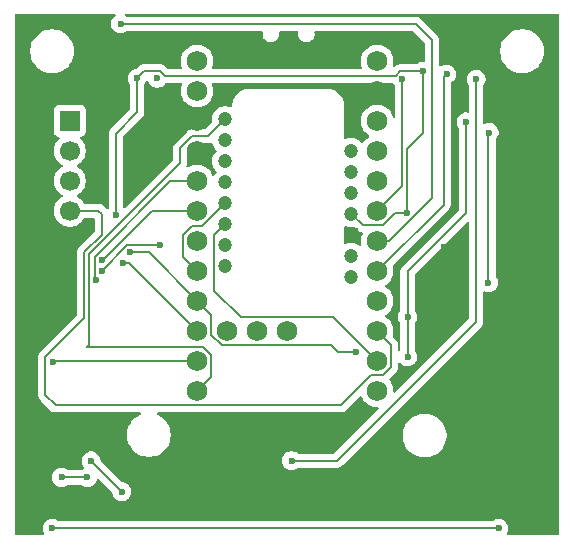
<source format=gbr>
%TF.GenerationSoftware,KiCad,Pcbnew,9.0.5*%
%TF.CreationDate,2025-10-27T23:23:53+01:00*%
%TF.ProjectId,mouse,6d6f7573-652e-46b6-9963-61645f706362,rev?*%
%TF.SameCoordinates,Original*%
%TF.FileFunction,Copper,L2,Bot*%
%TF.FilePolarity,Positive*%
%FSLAX46Y46*%
G04 Gerber Fmt 4.6, Leading zero omitted, Abs format (unit mm)*
G04 Created by KiCad (PCBNEW 9.0.5) date 2025-10-27 23:23:53*
%MOMM*%
%LPD*%
G01*
G04 APERTURE LIST*
%TA.AperFunction,ComponentPad*%
%ADD10C,1.200000*%
%TD*%
%TA.AperFunction,ComponentPad*%
%ADD11R,1.200000X1.200000*%
%TD*%
%TA.AperFunction,ComponentPad*%
%ADD12R,1.700000X1.700000*%
%TD*%
%TA.AperFunction,ComponentPad*%
%ADD13C,1.700000*%
%TD*%
%TA.AperFunction,ComponentPad*%
%ADD14C,1.752600*%
%TD*%
%TA.AperFunction,ViaPad*%
%ADD15C,0.600000*%
%TD*%
%TA.AperFunction,Conductor*%
%ADD16C,0.200000*%
%TD*%
G04 APERTURE END LIST*
D10*
%TO.P,OpticalSensor1,1,NC*%
%TO.N,unconnected-(OpticalSensor1-NC-Pad1)*%
X188950000Y-100420001D03*
%TO.P,OpticalSensor1,2,NC*%
%TO.N,unconnected-(OpticalSensor1-NC-Pad2)*%
X188950000Y-98640001D03*
D11*
%TO.P,OpticalSensor1,3,GND*%
%TO.N,GND*%
X188950000Y-96860001D03*
D10*
%TO.P,OpticalSensor1,4,VDD*%
%TO.N,1.9v*%
X188950000Y-95080001D03*
%TO.P,OpticalSensor1,5,VDDREG*%
%TO.N,Net-(OpticalSensor1-VDDREG)*%
X188950000Y-93300001D03*
%TO.P,OpticalSensor1,6,NC*%
%TO.N,unconnected-(OpticalSensor1-NC-Pad6)*%
X188950000Y-91520001D03*
%TO.P,OpticalSensor1,7,VDDIO*%
%TO.N,+3.3V*%
X188950000Y-89740002D03*
D11*
%TO.P,OpticalSensor1,8,GNDIO*%
%TO.N,GND*%
X188950000Y-87960002D03*
D10*
%TO.P,OpticalSensor1,9,MOTION*%
%TO.N,MOTION*%
X178250000Y-87070001D03*
%TO.P,OpticalSensor1,10,SCLK*%
%TO.N,SCK*%
X178250000Y-88850001D03*
%TO.P,OpticalSensor1,11,MOSI*%
%TO.N,MISO*%
X178250000Y-90630001D03*
%TO.P,OpticalSensor1,12,MISO*%
%TO.N,MOSI*%
X178250000Y-92410001D03*
%TO.P,OpticalSensor1,13,NCS*%
%TO.N,CS 1*%
X178250000Y-94190001D03*
%TO.P,OpticalSensor1,14,NRESET*%
%TO.N,NRESET*%
X178250000Y-95970001D03*
%TO.P,OpticalSensor1,15,LED_P*%
%TO.N,Net-(OpticalSensor1-LED_P)*%
X178250000Y-97750000D03*
%TO.P,OpticalSensor1,16,NC*%
%TO.N,unconnected-(OpticalSensor1-NC-Pad16)*%
X178249999Y-99530001D03*
%TD*%
D12*
%TO.P,J1,1,Pin_1*%
%TO.N,+3.3V*%
X165100000Y-87200000D03*
D13*
%TO.P,J1,2,Pin_2*%
%TO.N,SDA*%
X165100000Y-89740000D03*
%TO.P,J1,3,Pin_3*%
%TO.N,SCL*%
X165100000Y-92280000D03*
%TO.P,J1,4,Pin_4*%
%TO.N,INT*%
X165100000Y-94820000D03*
%TO.P,J1,5,Pin_5*%
%TO.N,GND*%
X165100000Y-97360000D03*
%TD*%
D14*
%TO.P,U2,1,TX0/P0.06*%
%TO.N,unconnected-(U2-TX0{slash}P0.06-Pad1)*%
X175880000Y-82140000D03*
%TO.P,U2,2,RX1/P0.08*%
%TO.N,unconnected-(U2-RX1{slash}P0.08-Pad2)*%
X175880000Y-84680000D03*
%TO.P,U2,3,GND*%
%TO.N,GND*%
X175880000Y-87220000D03*
%TO.P,U2,4,GND*%
X175880000Y-89760000D03*
%TO.P,U2,5,P0.17*%
%TO.N,SCK*%
X175880000Y-92300000D03*
%TO.P,U2,6,P0.20*%
%TO.N,MISO*%
X175880000Y-94840000D03*
%TO.P,U2,7,P0.22*%
%TO.N,MOSI*%
X175880000Y-97380000D03*
%TO.P,U2,8,P0.24*%
%TO.N,CS 1*%
X175880000Y-99920000D03*
%TO.P,U2,9,P1.00*%
%TO.N,SDA*%
X175880000Y-102460000D03*
%TO.P,U2,10,P0.11*%
%TO.N,SCL*%
X175880000Y-105000000D03*
%TO.P,U2,11,P1.04*%
%TO.N,CS 2*%
X175880000Y-107540000D03*
%TO.P,U2,12,P1.06*%
%TO.N,MOTION*%
X175880000Y-110080000D03*
%TO.P,U2,13,NFC1/P0.09*%
%TO.N,CS 3*%
X191120000Y-110080000D03*
%TO.P,U2,14,NFC2/P0.10*%
%TO.N,NRESET*%
X191120000Y-107540000D03*
%TO.P,U2,15,P1.11*%
%TO.N,INT*%
X191120000Y-105000000D03*
%TO.P,U2,16,P1.13*%
%TO.N,EN_LDO*%
X191120000Y-102460000D03*
%TO.P,U2,17,P1.15*%
%TO.N,Left_control*%
X191120000Y-99920000D03*
%TO.P,U2,18,AIN0/P0.02*%
%TO.N,Left_click*%
X191120000Y-97380000D03*
%TO.P,U2,19,AIN5/P0.29*%
%TO.N,Right_click*%
X191120000Y-94840000D03*
%TO.P,U2,20,AIN7/P0.31*%
%TO.N,Alert*%
X191120000Y-92300000D03*
%TO.P,U2,21,VCC*%
%TO.N,+3.3V*%
X191120000Y-89760000D03*
%TO.P,U2,22,RST*%
%TO.N,Net-(U2-RST)*%
X191120000Y-87220000D03*
%TO.P,U2,23,GND*%
%TO.N,GND*%
X191120000Y-84680000D03*
%TO.P,U2,24,BATIN/P0.04*%
%TO.N,Interruptor*%
X191120000Y-82140000D03*
%TO.P,U2,31,P1.01*%
%TO.N,unconnected-(U2-P1.01-Pad31)*%
X178420000Y-105000000D03*
%TO.P,U2,32,P1.02*%
%TO.N,unconnected-(U2-P1.02-Pad32)*%
X180960000Y-105000000D03*
%TO.P,U2,33,P1.07*%
%TO.N,unconnected-(U2-P1.07-Pad33)*%
X183500000Y-105000000D03*
%TD*%
D15*
%TO.N,GND*%
X178050000Y-82200000D03*
X196200000Y-99900000D03*
X191250000Y-114950000D03*
X204000000Y-121850000D03*
X198850000Y-120450000D03*
X202550000Y-105850000D03*
X202050000Y-89350000D03*
%TO.N,EN_LDO*%
X200600000Y-88200000D03*
X200550000Y-100900000D03*
%TO.N,GND*%
X205700000Y-105500000D03*
X163200000Y-101200000D03*
X174500000Y-120400000D03*
X196800000Y-97900000D03*
%TO.N,Right_click*%
X193250000Y-83700000D03*
%TO.N,1.9v*%
X195000000Y-83000000D03*
X193651000Y-95000000D03*
X170800000Y-83600000D03*
X169000000Y-95200000D03*
%TO.N,+3.3V*%
X201400000Y-121700000D03*
X163625000Y-121700000D03*
X193700000Y-107200000D03*
X193700000Y-103800000D03*
X198650000Y-87300000D03*
%TO.N,Left_control*%
X197000000Y-83250000D03*
X172500000Y-83600000D03*
%TO.N,Left_click*%
X169400000Y-79000000D03*
%TO.N,SCK*%
X169500000Y-118600000D03*
X167300000Y-100700000D03*
X166900000Y-116000000D03*
%TO.N,SDA*%
X170200000Y-98350000D03*
X189300000Y-106800000D03*
%TO.N,MOSI*%
X167800000Y-99882068D03*
X172750000Y-97750000D03*
%TO.N,SCL*%
X169600000Y-99240000D03*
%TO.N,MISO*%
X166600000Y-117400000D03*
X167800000Y-98975735D03*
X164400000Y-117400000D03*
%TO.N,CS 2*%
X163675000Y-107600000D03*
%TO.N,Battery*%
X183875000Y-115975000D03*
X199500000Y-83700000D03*
%TD*%
D16*
%TO.N,EN_LDO*%
X200550000Y-88250000D02*
X200600000Y-88200000D01*
X200550000Y-100900000D02*
X200550000Y-88250000D01*
%TO.N,+3.3V*%
X198650000Y-95000000D02*
X193700000Y-99950000D01*
X198650000Y-87300000D02*
X198650000Y-95000000D01*
X193700000Y-99950000D02*
X193700000Y-103800000D01*
%TO.N,Right_click*%
X193250000Y-92710000D02*
X191120000Y-94840000D01*
X193250000Y-83700000D02*
X193250000Y-92710000D01*
%TO.N,1.9v*%
X171401000Y-82999000D02*
X170800000Y-83600000D01*
X195000000Y-83000000D02*
X193100057Y-83000000D01*
X193100057Y-83000000D02*
X192700057Y-83400000D01*
X172748943Y-82999000D02*
X171401000Y-82999000D01*
X191607654Y-96017300D02*
X189887299Y-96017300D01*
X192624954Y-95000000D02*
X191607654Y-96017300D01*
X193651000Y-89599000D02*
X193651000Y-95000000D01*
X169000000Y-88300000D02*
X170800000Y-86500000D01*
X189887299Y-96017300D02*
X188950000Y-95080001D01*
X169000000Y-95200000D02*
X169000000Y-88300000D01*
X192700057Y-83400000D02*
X173149943Y-83400000D01*
X170800000Y-86500000D02*
X170800000Y-83600000D01*
X173149943Y-83400000D02*
X172748943Y-82999000D01*
X195000000Y-83000000D02*
X195000000Y-88250000D01*
X195000000Y-88250000D02*
X193651000Y-89599000D01*
X193651000Y-95000000D02*
X192624954Y-95000000D01*
%TO.N,+3.3V*%
X193700000Y-103800000D02*
X193700000Y-107200000D01*
X163625000Y-121700000D02*
X201400000Y-121700000D01*
%TO.N,Left_control*%
X191120000Y-100380000D02*
X191120000Y-99920000D01*
X197000000Y-83250000D02*
X196750000Y-83500000D01*
X196750000Y-83500000D02*
X196750000Y-94290000D01*
X196750000Y-94290000D02*
X191120000Y-99920000D01*
%TO.N,Left_click*%
X169400000Y-79000000D02*
X194400000Y-79000000D01*
X192120943Y-97380000D02*
X191120000Y-97380000D01*
X195800000Y-93700943D02*
X192120943Y-97380000D01*
X194400000Y-79000000D02*
X195800000Y-80400000D01*
X195800000Y-80400000D02*
X195800000Y-93700943D01*
%TO.N,SCK*%
X167200000Y-100600000D02*
X167200000Y-98700000D01*
X167200000Y-98700000D02*
X173600000Y-92300000D01*
X167300000Y-100700000D02*
X167200000Y-100600000D01*
X173600000Y-92300000D02*
X175880000Y-92300000D01*
X169500000Y-118600000D02*
X166900000Y-116000000D01*
%TO.N,SDA*%
X187799000Y-106800000D02*
X187199000Y-106200000D01*
X177955046Y-106200000D02*
X177057300Y-105302254D01*
X187199000Y-106200000D02*
X177955046Y-106200000D01*
X171770000Y-98350000D02*
X175880000Y-102460000D01*
X170200000Y-98350000D02*
X171770000Y-98350000D01*
X189300000Y-106800000D02*
X187799000Y-106800000D01*
X177057300Y-103637300D02*
X175880000Y-102460000D01*
X177057300Y-105302254D02*
X177057300Y-103637300D01*
%TO.N,MOSI*%
X169950000Y-97750000D02*
X172750000Y-97750000D01*
X167800000Y-99882068D02*
X167817932Y-99882068D01*
X167817932Y-99882068D02*
X169950000Y-97750000D01*
%TO.N,SCL*%
X170120000Y-99240000D02*
X175880000Y-105000000D01*
X169600000Y-99240000D02*
X170120000Y-99240000D01*
%TO.N,MISO*%
X172060000Y-94840000D02*
X175880000Y-94840000D01*
X164400000Y-117400000D02*
X166600000Y-117400000D01*
X167924265Y-98975735D02*
X172060000Y-94840000D01*
X167800000Y-98975735D02*
X167924265Y-98975735D01*
%TO.N,MOTION*%
X166700000Y-98500000D02*
X166700000Y-106200000D01*
X177057300Y-108902700D02*
X175880000Y-110080000D01*
X178250000Y-87070001D02*
X176820001Y-88500000D01*
X174450000Y-89525046D02*
X174450000Y-90750000D01*
X175475046Y-88500000D02*
X174450000Y-89525046D01*
X166700000Y-106200000D02*
X166537300Y-106362700D01*
X176820001Y-88500000D02*
X175475046Y-88500000D01*
X174450000Y-90750000D02*
X166700000Y-98500000D01*
X177057300Y-107052346D02*
X177057300Y-108902700D01*
X176367654Y-106362700D02*
X177057300Y-107052346D01*
X166537300Y-106362700D02*
X176367654Y-106362700D01*
%TO.N,NRESET*%
X177349000Y-96871001D02*
X177349000Y-101171198D01*
X178250000Y-95970001D02*
X177349000Y-96871001D01*
X177349000Y-101599000D02*
X177349000Y-101171198D01*
X179572700Y-103822700D02*
X177349000Y-101599000D01*
X191120000Y-107540000D02*
X187402700Y-103822700D01*
X187402700Y-103822700D02*
X179572700Y-103822700D01*
%TO.N,INT*%
X166299000Y-103901000D02*
X163024000Y-107176000D01*
X166299000Y-98333900D02*
X166299000Y-103901000D01*
X192297300Y-106177300D02*
X191120000Y-105000000D01*
X191607654Y-108717300D02*
X192297300Y-108027654D01*
X163900000Y-111300000D02*
X188049646Y-111300000D01*
X163024000Y-110424000D02*
X163900000Y-111300000D01*
X167520000Y-94820000D02*
X167800000Y-95100000D01*
X190632346Y-108717300D02*
X191607654Y-108717300D01*
X188049646Y-111300000D02*
X190632346Y-108717300D01*
X167800000Y-96832900D02*
X166299000Y-98333900D01*
X192297300Y-108027654D02*
X192297300Y-106177300D01*
X163024000Y-107176000D02*
X163024000Y-110424000D01*
X165100000Y-94820000D02*
X167520000Y-94820000D01*
X167800000Y-95100000D02*
X167800000Y-96832900D01*
%TO.N,CS 1*%
X174702700Y-98742700D02*
X174702700Y-96892346D01*
X176289001Y-96151000D02*
X178250000Y-94190001D01*
X174702700Y-96892346D02*
X175444046Y-96151000D01*
X175444046Y-96151000D02*
X176289001Y-96151000D01*
X175880000Y-99920000D02*
X174702700Y-98742700D01*
%TO.N,CS 2*%
X163675000Y-107600000D02*
X163735000Y-107540000D01*
X163735000Y-107540000D02*
X175880000Y-107540000D01*
%TO.N,Battery*%
X199500000Y-104200000D02*
X199500000Y-83700000D01*
X187725000Y-115975000D02*
X199500000Y-104200000D01*
X183875000Y-115975000D02*
X187725000Y-115975000D01*
%TD*%
%TA.AperFunction,Conductor*%
%TO.N,GND*%
G36*
X168962336Y-78169407D02*
G01*
X168998300Y-78218907D01*
X168998300Y-78280093D01*
X168962336Y-78329593D01*
X168959147Y-78331815D01*
X168889711Y-78378211D01*
X168889707Y-78378214D01*
X168778214Y-78489707D01*
X168778211Y-78489711D01*
X168690609Y-78620814D01*
X168690603Y-78620825D01*
X168630263Y-78766501D01*
X168630263Y-78766503D01*
X168599500Y-78921155D01*
X168599500Y-79078844D01*
X168630263Y-79233496D01*
X168630263Y-79233498D01*
X168690603Y-79379174D01*
X168690609Y-79379185D01*
X168737593Y-79449500D01*
X168778211Y-79510289D01*
X168889711Y-79621789D01*
X168960228Y-79668907D01*
X169020814Y-79709390D01*
X169020825Y-79709396D01*
X169043563Y-79718814D01*
X169166503Y-79769737D01*
X169321158Y-79800500D01*
X169321159Y-79800500D01*
X169478841Y-79800500D01*
X169478842Y-79800500D01*
X169633497Y-79769737D01*
X169779179Y-79709394D01*
X169910289Y-79621789D01*
X169910290Y-79621787D01*
X169914332Y-79619087D01*
X169915251Y-79620463D01*
X169965832Y-79600671D01*
X169971652Y-79600500D01*
X181333778Y-79600500D01*
X181391969Y-79619407D01*
X181427933Y-79668907D01*
X181430876Y-79718814D01*
X181419500Y-79776003D01*
X181419500Y-79913995D01*
X181446420Y-80049327D01*
X181446420Y-80049329D01*
X181499222Y-80176806D01*
X181499228Y-80176817D01*
X181575885Y-80291541D01*
X181673458Y-80389114D01*
X181788182Y-80465771D01*
X181788193Y-80465777D01*
X181820262Y-80479060D01*
X181915672Y-80518580D01*
X182051007Y-80545500D01*
X182051008Y-80545500D01*
X182188992Y-80545500D01*
X182188993Y-80545500D01*
X182324328Y-80518580D01*
X182451811Y-80465775D01*
X182566542Y-80389114D01*
X182664114Y-80291542D01*
X182740775Y-80176811D01*
X182793580Y-80049328D01*
X182820500Y-79913993D01*
X182820500Y-79776007D01*
X182809124Y-79718814D01*
X182816316Y-79658052D01*
X182857849Y-79613123D01*
X182906222Y-79600500D01*
X184333778Y-79600500D01*
X184391969Y-79619407D01*
X184427933Y-79668907D01*
X184430876Y-79718814D01*
X184419500Y-79776003D01*
X184419500Y-79913995D01*
X184446420Y-80049327D01*
X184446420Y-80049329D01*
X184499222Y-80176806D01*
X184499228Y-80176817D01*
X184575885Y-80291541D01*
X184673458Y-80389114D01*
X184788182Y-80465771D01*
X184788193Y-80465777D01*
X184820262Y-80479060D01*
X184915672Y-80518580D01*
X185051007Y-80545500D01*
X185051008Y-80545500D01*
X185188992Y-80545500D01*
X185188993Y-80545500D01*
X185324328Y-80518580D01*
X185451811Y-80465775D01*
X185566542Y-80389114D01*
X185664114Y-80291542D01*
X185740775Y-80176811D01*
X185793580Y-80049328D01*
X185820500Y-79913993D01*
X185820500Y-79776007D01*
X185809124Y-79718814D01*
X185816316Y-79658052D01*
X185857849Y-79613123D01*
X185906222Y-79600500D01*
X194110257Y-79600500D01*
X194168448Y-79619407D01*
X194180261Y-79629496D01*
X195170504Y-80619739D01*
X195198281Y-80674256D01*
X195199500Y-80689743D01*
X195199500Y-82102868D01*
X195180593Y-82161059D01*
X195131093Y-82197023D01*
X195083702Y-82199817D01*
X195083687Y-82199977D01*
X195082680Y-82199877D01*
X195081187Y-82199966D01*
X195078846Y-82199500D01*
X195078842Y-82199500D01*
X194921158Y-82199500D01*
X194921155Y-82199500D01*
X194766503Y-82230263D01*
X194766501Y-82230263D01*
X194620825Y-82290603D01*
X194620814Y-82290609D01*
X194519073Y-82358591D01*
X194489711Y-82378211D01*
X194489709Y-82378212D01*
X194485668Y-82380913D01*
X194484748Y-82379536D01*
X194434168Y-82399329D01*
X194428348Y-82399500D01*
X193020999Y-82399500D01*
X192980075Y-82410465D01*
X192980074Y-82410464D01*
X192868276Y-82440421D01*
X192868275Y-82440421D01*
X192799267Y-82480263D01*
X192733074Y-82518480D01*
X192731338Y-82519482D01*
X192619536Y-82631284D01*
X192619533Y-82631288D01*
X192597807Y-82653013D01*
X192543290Y-82680790D01*
X192482858Y-82671217D01*
X192439594Y-82627951D01*
X192430024Y-82567519D01*
X192433651Y-82552415D01*
X192462898Y-82462402D01*
X192496800Y-82248359D01*
X192496800Y-82031640D01*
X192462899Y-81817603D01*
X192412271Y-81661786D01*
X192395930Y-81611492D01*
X192297545Y-81418400D01*
X192170164Y-81243075D01*
X192016925Y-81089836D01*
X191841600Y-80962455D01*
X191841599Y-80962454D01*
X191841597Y-80962453D01*
X191648508Y-80864070D01*
X191442396Y-80797100D01*
X191228359Y-80763200D01*
X191228356Y-80763200D01*
X191011644Y-80763200D01*
X191011641Y-80763200D01*
X190797603Y-80797100D01*
X190591491Y-80864070D01*
X190398402Y-80962453D01*
X190223076Y-81089835D01*
X190069835Y-81243076D01*
X189942453Y-81418402D01*
X189844070Y-81611491D01*
X189777100Y-81817603D01*
X189743200Y-82031640D01*
X189743200Y-82248359D01*
X189777100Y-82462396D01*
X189798896Y-82529476D01*
X189839035Y-82653013D01*
X189844525Y-82669907D01*
X189844525Y-82731093D01*
X189808561Y-82780593D01*
X189750370Y-82799500D01*
X177249630Y-82799500D01*
X177191439Y-82780593D01*
X177155475Y-82731093D01*
X177155475Y-82669907D01*
X177155930Y-82668508D01*
X177222898Y-82462401D01*
X177222899Y-82462396D01*
X177256800Y-82248359D01*
X177256800Y-82031640D01*
X177222899Y-81817603D01*
X177172271Y-81661786D01*
X177155930Y-81611492D01*
X177057545Y-81418400D01*
X176930164Y-81243075D01*
X176776925Y-81089836D01*
X176601600Y-80962455D01*
X176601599Y-80962454D01*
X176601597Y-80962453D01*
X176408508Y-80864070D01*
X176202396Y-80797100D01*
X175988359Y-80763200D01*
X175988356Y-80763200D01*
X175771644Y-80763200D01*
X175771641Y-80763200D01*
X175557603Y-80797100D01*
X175351491Y-80864070D01*
X175158402Y-80962453D01*
X174983076Y-81089835D01*
X174829835Y-81243076D01*
X174702453Y-81418402D01*
X174604070Y-81611491D01*
X174537100Y-81817603D01*
X174503200Y-82031640D01*
X174503200Y-82248359D01*
X174537100Y-82462396D01*
X174558896Y-82529476D01*
X174599035Y-82653013D01*
X174604525Y-82669907D01*
X174604525Y-82731093D01*
X174568561Y-82780593D01*
X174510370Y-82799500D01*
X173439687Y-82799500D01*
X173381496Y-82780593D01*
X173369683Y-82770504D01*
X173229463Y-82630284D01*
X173229463Y-82630283D01*
X173117661Y-82518482D01*
X173117659Y-82518480D01*
X173030847Y-82468360D01*
X173030846Y-82468359D01*
X172982460Y-82440423D01*
X172980728Y-82439423D01*
X172828000Y-82398499D01*
X172669886Y-82398499D01*
X172663823Y-82398499D01*
X172663807Y-82398500D01*
X171321942Y-82398500D01*
X171281018Y-82409465D01*
X171281017Y-82409464D01*
X171169219Y-82439421D01*
X171169218Y-82439421D01*
X171032281Y-82518482D01*
X170920487Y-82630275D01*
X170920481Y-82630283D01*
X170920480Y-82630284D01*
X170920478Y-82630286D01*
X170833343Y-82717422D01*
X170779602Y-82771163D01*
X170725920Y-82798514D01*
X170725928Y-82798551D01*
X170725797Y-82798576D01*
X170725085Y-82798940D01*
X170721947Y-82799342D01*
X170566503Y-82830263D01*
X170566501Y-82830263D01*
X170420825Y-82890603D01*
X170420814Y-82890609D01*
X170289711Y-82978211D01*
X170289707Y-82978214D01*
X170178214Y-83089707D01*
X170178211Y-83089711D01*
X170090609Y-83220814D01*
X170090603Y-83220825D01*
X170030263Y-83366501D01*
X170030263Y-83366503D01*
X169999500Y-83521155D01*
X169999500Y-83678844D01*
X170030263Y-83833496D01*
X170030263Y-83833498D01*
X170090603Y-83979174D01*
X170090609Y-83979185D01*
X170134251Y-84044498D01*
X170178211Y-84110289D01*
X170178212Y-84110290D01*
X170180913Y-84114332D01*
X170179536Y-84115251D01*
X170199329Y-84165832D01*
X170199500Y-84171652D01*
X170199500Y-86210256D01*
X170180593Y-86268447D01*
X170170504Y-86280260D01*
X168631284Y-87819480D01*
X168631283Y-87819479D01*
X168519480Y-87931283D01*
X168513526Y-87941597D01*
X168493006Y-87977139D01*
X168479077Y-88001265D01*
X168440424Y-88068211D01*
X168440423Y-88068215D01*
X168399499Y-88220943D01*
X168399499Y-88220945D01*
X168399499Y-88387031D01*
X168399500Y-88387044D01*
X168399500Y-94611257D01*
X168380593Y-94669448D01*
X168331093Y-94705412D01*
X168269907Y-94705412D01*
X168230497Y-94681261D01*
X168014445Y-94465210D01*
X168000520Y-94451285D01*
X168000520Y-94451284D01*
X167888716Y-94339480D01*
X167801904Y-94289360D01*
X167801903Y-94289359D01*
X167751788Y-94260425D01*
X167751785Y-94260423D01*
X167599057Y-94219499D01*
X167440943Y-94219499D01*
X167434880Y-94219499D01*
X167434864Y-94219500D01*
X166370399Y-94219500D01*
X166312208Y-94200593D01*
X166282189Y-94165445D01*
X166255051Y-94112184D01*
X166255049Y-94112180D01*
X166130108Y-93940213D01*
X166130106Y-93940211D01*
X166130104Y-93940208D01*
X165979792Y-93789896D01*
X165979788Y-93789893D01*
X165979786Y-93789891D01*
X165807819Y-93664950D01*
X165807815Y-93664948D01*
X165776904Y-93649198D01*
X165755336Y-93638209D01*
X165712073Y-93594946D01*
X165702501Y-93534514D01*
X165730278Y-93479997D01*
X165755335Y-93461791D01*
X165807816Y-93435051D01*
X165979792Y-93310104D01*
X166130104Y-93159792D01*
X166255051Y-92987816D01*
X166351557Y-92798412D01*
X166417246Y-92596243D01*
X166417247Y-92596238D01*
X166450500Y-92386290D01*
X166450500Y-92173709D01*
X166417247Y-91963761D01*
X166417246Y-91963757D01*
X166351557Y-91761588D01*
X166255051Y-91572184D01*
X166255049Y-91572180D01*
X166130108Y-91400213D01*
X166130106Y-91400211D01*
X166130104Y-91400208D01*
X165979792Y-91249896D01*
X165979788Y-91249893D01*
X165979786Y-91249891D01*
X165807819Y-91124950D01*
X165807815Y-91124948D01*
X165776904Y-91109198D01*
X165755336Y-91098209D01*
X165712073Y-91054946D01*
X165702501Y-90994514D01*
X165730278Y-90939997D01*
X165755335Y-90921791D01*
X165807816Y-90895051D01*
X165979792Y-90770104D01*
X166130104Y-90619792D01*
X166248429Y-90456930D01*
X166255049Y-90447819D01*
X166255051Y-90447816D01*
X166351557Y-90258412D01*
X166417246Y-90056243D01*
X166417749Y-90053068D01*
X166450500Y-89846290D01*
X166450500Y-89633709D01*
X166417247Y-89423761D01*
X166417246Y-89423757D01*
X166351557Y-89221588D01*
X166255051Y-89032184D01*
X166255049Y-89032180D01*
X166130108Y-88860213D01*
X166130106Y-88860211D01*
X166130104Y-88860208D01*
X165983938Y-88714042D01*
X165956163Y-88659528D01*
X165965734Y-88599096D01*
X166008999Y-88555831D01*
X166043364Y-88545608D01*
X166057483Y-88544091D01*
X166160983Y-88505488D01*
X166192329Y-88493797D01*
X166192329Y-88493796D01*
X166192331Y-88493796D01*
X166307546Y-88407546D01*
X166393796Y-88292331D01*
X166398827Y-88278844D01*
X166444089Y-88157488D01*
X166444090Y-88157485D01*
X166444091Y-88157483D01*
X166450500Y-88097873D01*
X166450499Y-86302128D01*
X166444091Y-86242517D01*
X166444089Y-86242511D01*
X166393797Y-86107670D01*
X166307549Y-85992458D01*
X166307548Y-85992457D01*
X166307546Y-85992454D01*
X166276885Y-85969501D01*
X166192329Y-85906202D01*
X166057488Y-85855910D01*
X166057483Y-85855909D01*
X166057481Y-85855908D01*
X166057477Y-85855908D01*
X166026249Y-85852550D01*
X165997873Y-85849500D01*
X165997870Y-85849500D01*
X164202133Y-85849500D01*
X164202129Y-85849500D01*
X164202128Y-85849501D01*
X164194949Y-85850272D01*
X164142519Y-85855908D01*
X164142514Y-85855909D01*
X164007670Y-85906202D01*
X163892458Y-85992450D01*
X163892450Y-85992458D01*
X163806202Y-86107670D01*
X163755910Y-86242511D01*
X163755908Y-86242522D01*
X163749500Y-86302129D01*
X163749500Y-88097866D01*
X163749501Y-88097870D01*
X163755908Y-88157480D01*
X163755909Y-88157485D01*
X163806202Y-88292329D01*
X163884969Y-88397548D01*
X163892454Y-88407546D01*
X163892457Y-88407548D01*
X163892458Y-88407549D01*
X164007670Y-88493797D01*
X164142511Y-88544089D01*
X164142512Y-88544089D01*
X164142517Y-88544091D01*
X164156637Y-88545609D01*
X164212473Y-88570629D01*
X164242939Y-88623689D01*
X164236399Y-88684524D01*
X164216058Y-88714045D01*
X164069897Y-88860206D01*
X164069892Y-88860212D01*
X163944950Y-89032180D01*
X163944948Y-89032184D01*
X163848443Y-89221587D01*
X163782752Y-89423761D01*
X163749500Y-89633709D01*
X163749500Y-89846290D01*
X163782752Y-90056238D01*
X163848443Y-90258412D01*
X163944948Y-90447815D01*
X163944950Y-90447819D01*
X164069891Y-90619786D01*
X164069893Y-90619788D01*
X164069896Y-90619792D01*
X164220208Y-90770104D01*
X164220211Y-90770106D01*
X164220213Y-90770108D01*
X164392180Y-90895049D01*
X164392184Y-90895051D01*
X164444662Y-90921790D01*
X164487927Y-90965055D01*
X164497498Y-91025487D01*
X164469720Y-91080004D01*
X164444662Y-91098210D01*
X164392184Y-91124948D01*
X164392180Y-91124950D01*
X164220213Y-91249891D01*
X164069891Y-91400213D01*
X163944950Y-91572180D01*
X163944948Y-91572184D01*
X163848443Y-91761587D01*
X163782752Y-91963761D01*
X163749500Y-92173709D01*
X163749500Y-92386290D01*
X163782752Y-92596238D01*
X163848443Y-92798412D01*
X163944948Y-92987815D01*
X163944950Y-92987819D01*
X164069891Y-93159786D01*
X164069893Y-93159788D01*
X164069896Y-93159792D01*
X164220208Y-93310104D01*
X164220211Y-93310106D01*
X164220213Y-93310108D01*
X164392180Y-93435049D01*
X164392184Y-93435051D01*
X164444662Y-93461790D01*
X164487927Y-93505055D01*
X164497498Y-93565487D01*
X164469720Y-93620004D01*
X164444662Y-93638210D01*
X164392184Y-93664948D01*
X164392180Y-93664950D01*
X164220213Y-93789891D01*
X164069891Y-93940213D01*
X163944950Y-94112180D01*
X163944948Y-94112184D01*
X163848443Y-94301587D01*
X163782752Y-94503761D01*
X163749500Y-94713709D01*
X163749500Y-94926290D01*
X163782752Y-95136238D01*
X163848443Y-95338412D01*
X163944948Y-95527815D01*
X163944950Y-95527819D01*
X164069891Y-95699786D01*
X164069893Y-95699788D01*
X164069896Y-95699792D01*
X164220208Y-95850104D01*
X164220211Y-95850106D01*
X164220213Y-95850108D01*
X164392180Y-95975049D01*
X164392184Y-95975051D01*
X164581588Y-96071557D01*
X164783757Y-96137246D01*
X164783758Y-96137246D01*
X164783761Y-96137247D01*
X164993710Y-96170500D01*
X164993713Y-96170500D01*
X165206290Y-96170500D01*
X165416238Y-96137247D01*
X165416239Y-96137246D01*
X165416243Y-96137246D01*
X165618412Y-96071557D01*
X165807816Y-95975051D01*
X165979792Y-95850104D01*
X166130104Y-95699792D01*
X166255051Y-95527816D01*
X166282189Y-95474555D01*
X166325454Y-95431290D01*
X166370399Y-95420500D01*
X167100500Y-95420500D01*
X167158691Y-95439407D01*
X167194655Y-95488907D01*
X167199500Y-95519500D01*
X167199500Y-96543156D01*
X167180593Y-96601347D01*
X167170504Y-96613160D01*
X165930286Y-97853378D01*
X165930284Y-97853380D01*
X165930283Y-97853379D01*
X165818479Y-97965184D01*
X165774203Y-98041873D01*
X165739425Y-98102109D01*
X165739423Y-98102113D01*
X165739423Y-98102115D01*
X165698499Y-98254843D01*
X165698499Y-98254845D01*
X165698499Y-98420931D01*
X165698500Y-98420944D01*
X165698500Y-103611256D01*
X165679593Y-103669447D01*
X165669504Y-103681260D01*
X162655284Y-106695480D01*
X162655283Y-106695479D01*
X162543479Y-106807284D01*
X162494642Y-106891873D01*
X162464425Y-106944209D01*
X162464423Y-106944213D01*
X162464423Y-106944215D01*
X162423499Y-107096943D01*
X162423499Y-107096945D01*
X162423499Y-107263031D01*
X162423500Y-107263044D01*
X162423500Y-110338863D01*
X162423499Y-110338881D01*
X162423499Y-110344943D01*
X162423499Y-110503057D01*
X162457807Y-110631093D01*
X162464424Y-110655787D01*
X162478692Y-110680499D01*
X162478693Y-110680502D01*
X162543478Y-110792713D01*
X162543480Y-110792716D01*
X162655284Y-110904520D01*
X162655286Y-110904521D01*
X163419478Y-111668713D01*
X163419480Y-111668716D01*
X163531284Y-111780520D01*
X163531286Y-111780521D01*
X163531289Y-111780524D01*
X163531288Y-111780524D01*
X163618091Y-111830637D01*
X163618093Y-111830639D01*
X163618094Y-111830639D01*
X163640916Y-111843815D01*
X163668215Y-111859577D01*
X163820943Y-111900500D01*
X163979057Y-111900500D01*
X171052503Y-111900500D01*
X171110694Y-111919407D01*
X171146658Y-111968907D01*
X171146658Y-112030093D01*
X171110694Y-112079593D01*
X171090388Y-112090964D01*
X170979795Y-112136772D01*
X170769707Y-112258066D01*
X170577268Y-112405729D01*
X170405729Y-112577268D01*
X170258066Y-112769707D01*
X170136772Y-112979795D01*
X170043948Y-113203894D01*
X170043944Y-113203907D01*
X169981161Y-113438213D01*
X169981161Y-113438218D01*
X169949500Y-113678710D01*
X169949500Y-113921289D01*
X169981161Y-114161781D01*
X169981161Y-114161786D01*
X170043944Y-114396092D01*
X170043948Y-114396105D01*
X170136772Y-114620204D01*
X170136774Y-114620208D01*
X170136776Y-114620212D01*
X170165639Y-114670204D01*
X170258066Y-114830292D01*
X170405729Y-115022731D01*
X170405731Y-115022733D01*
X170405735Y-115022738D01*
X170577262Y-115194265D01*
X170577266Y-115194268D01*
X170577268Y-115194270D01*
X170702812Y-115290603D01*
X170769711Y-115341936D01*
X170979788Y-115463224D01*
X171203900Y-115556054D01*
X171438211Y-115618838D01*
X171678712Y-115650500D01*
X171678713Y-115650500D01*
X171921287Y-115650500D01*
X171921288Y-115650500D01*
X172161789Y-115618838D01*
X172396100Y-115556054D01*
X172620212Y-115463224D01*
X172830289Y-115341936D01*
X173022738Y-115194265D01*
X173194265Y-115022738D01*
X173341936Y-114830289D01*
X173463224Y-114620212D01*
X173556054Y-114396100D01*
X173618838Y-114161789D01*
X173650500Y-113921288D01*
X173650500Y-113678712D01*
X173618838Y-113438211D01*
X173556054Y-113203900D01*
X173463224Y-112979788D01*
X173341936Y-112769711D01*
X173232636Y-112627268D01*
X173194270Y-112577268D01*
X173194268Y-112577266D01*
X173194265Y-112577262D01*
X173022738Y-112405735D01*
X173022733Y-112405731D01*
X173022731Y-112405729D01*
X172830292Y-112258066D01*
X172830289Y-112258064D01*
X172620212Y-112136776D01*
X172620208Y-112136774D01*
X172620204Y-112136772D01*
X172509612Y-112090964D01*
X172463086Y-112051228D01*
X172448802Y-111991733D01*
X172472217Y-111935205D01*
X172524385Y-111903235D01*
X172547497Y-111900500D01*
X187964510Y-111900500D01*
X187964526Y-111900501D01*
X187970589Y-111900501D01*
X188128702Y-111900501D01*
X188128703Y-111900501D01*
X188281431Y-111859577D01*
X188331550Y-111830639D01*
X188418362Y-111780520D01*
X188530166Y-111668716D01*
X188530167Y-111668713D01*
X189667619Y-110531260D01*
X189722134Y-110503485D01*
X189782566Y-110513056D01*
X189825831Y-110556321D01*
X189831775Y-110570672D01*
X189844068Y-110608504D01*
X189937926Y-110792713D01*
X189942455Y-110801600D01*
X190069836Y-110976925D01*
X190223075Y-111130164D01*
X190398400Y-111257545D01*
X190591492Y-111355930D01*
X190797599Y-111422898D01*
X190797600Y-111422898D01*
X190797603Y-111422899D01*
X191011641Y-111456800D01*
X191154956Y-111456800D01*
X191213147Y-111475707D01*
X191249111Y-111525207D01*
X191249111Y-111586393D01*
X191224960Y-111625804D01*
X187505261Y-115345504D01*
X187450744Y-115373281D01*
X187435257Y-115374500D01*
X184446652Y-115374500D01*
X184389352Y-115355882D01*
X184389332Y-115355913D01*
X184389224Y-115355840D01*
X184388461Y-115355593D01*
X184385955Y-115353656D01*
X184254185Y-115265609D01*
X184254174Y-115265603D01*
X184108497Y-115205263D01*
X183953844Y-115174500D01*
X183953842Y-115174500D01*
X183796158Y-115174500D01*
X183796155Y-115174500D01*
X183641503Y-115205263D01*
X183641501Y-115205263D01*
X183495825Y-115265603D01*
X183495814Y-115265609D01*
X183364711Y-115353211D01*
X183364707Y-115353214D01*
X183253214Y-115464707D01*
X183253211Y-115464711D01*
X183165609Y-115595814D01*
X183165603Y-115595825D01*
X183105263Y-115741501D01*
X183105263Y-115741503D01*
X183074500Y-115896155D01*
X183074500Y-116053844D01*
X183105263Y-116208496D01*
X183105263Y-116208498D01*
X183165603Y-116354174D01*
X183165609Y-116354185D01*
X183182310Y-116379179D01*
X183253211Y-116485289D01*
X183364711Y-116596789D01*
X183416157Y-116631164D01*
X183495814Y-116684390D01*
X183495825Y-116684396D01*
X183510818Y-116690606D01*
X183641503Y-116744737D01*
X183796158Y-116775500D01*
X183796159Y-116775500D01*
X183953841Y-116775500D01*
X183953842Y-116775500D01*
X184108497Y-116744737D01*
X184254179Y-116684394D01*
X184385289Y-116596789D01*
X184385290Y-116596787D01*
X184389332Y-116594087D01*
X184390251Y-116595463D01*
X184440832Y-116575671D01*
X184446652Y-116575500D01*
X187639864Y-116575500D01*
X187639880Y-116575501D01*
X187645943Y-116575501D01*
X187804055Y-116575501D01*
X187804057Y-116575501D01*
X187956785Y-116534577D01*
X187956787Y-116534575D01*
X187956789Y-116534575D01*
X187988588Y-116516215D01*
X188007535Y-116505276D01*
X188093716Y-116455520D01*
X188205520Y-116343716D01*
X188205521Y-116343713D01*
X190820522Y-113728712D01*
X193299500Y-113728712D01*
X193299500Y-113971288D01*
X193324579Y-114161789D01*
X193331161Y-114211781D01*
X193331161Y-114211786D01*
X193393944Y-114446092D01*
X193393948Y-114446105D01*
X193486772Y-114670204D01*
X193486774Y-114670208D01*
X193486776Y-114670212D01*
X193608064Y-114880289D01*
X193608066Y-114880292D01*
X193755729Y-115072731D01*
X193755731Y-115072733D01*
X193755735Y-115072738D01*
X193927262Y-115244265D01*
X193927266Y-115244268D01*
X193927268Y-115244270D01*
X194072724Y-115355882D01*
X194119711Y-115391936D01*
X194329788Y-115513224D01*
X194553900Y-115606054D01*
X194788211Y-115668838D01*
X195028712Y-115700500D01*
X195028713Y-115700500D01*
X195271287Y-115700500D01*
X195271288Y-115700500D01*
X195511789Y-115668838D01*
X195746100Y-115606054D01*
X195970212Y-115513224D01*
X196180289Y-115391936D01*
X196372738Y-115244265D01*
X196544265Y-115072738D01*
X196691936Y-114880289D01*
X196813224Y-114670212D01*
X196906054Y-114446100D01*
X196968838Y-114211789D01*
X197000500Y-113971288D01*
X197000500Y-113728712D01*
X196968838Y-113488211D01*
X196906054Y-113253900D01*
X196813224Y-113029788D01*
X196691936Y-112819711D01*
X196544265Y-112627262D01*
X196372738Y-112455735D01*
X196372733Y-112455731D01*
X196372731Y-112455729D01*
X196180292Y-112308066D01*
X196180289Y-112308064D01*
X195970212Y-112186776D01*
X195970208Y-112186774D01*
X195970204Y-112186772D01*
X195746105Y-112093948D01*
X195746104Y-112093947D01*
X195746100Y-112093946D01*
X195511789Y-112031162D01*
X195511786Y-112031161D01*
X195511784Y-112031161D01*
X195271289Y-111999500D01*
X195271288Y-111999500D01*
X195028712Y-111999500D01*
X195028710Y-111999500D01*
X194788218Y-112031161D01*
X194788213Y-112031161D01*
X194553907Y-112093944D01*
X194553894Y-112093948D01*
X194329795Y-112186772D01*
X194119707Y-112308066D01*
X193927268Y-112455729D01*
X193755729Y-112627268D01*
X193608066Y-112819707D01*
X193486772Y-113029795D01*
X193393948Y-113253894D01*
X193393944Y-113253907D01*
X193331161Y-113488213D01*
X193331161Y-113488218D01*
X193306083Y-113678712D01*
X193299500Y-113728712D01*
X190820522Y-113728712D01*
X199980520Y-104568716D01*
X200059577Y-104431784D01*
X200100501Y-104279057D01*
X200100501Y-104120942D01*
X200100501Y-104114880D01*
X200100500Y-104114862D01*
X200100500Y-101728429D01*
X200119407Y-101670238D01*
X200168907Y-101634274D01*
X200230093Y-101634274D01*
X200237365Y-101636957D01*
X200316503Y-101669737D01*
X200471158Y-101700500D01*
X200471159Y-101700500D01*
X200628841Y-101700500D01*
X200628842Y-101700500D01*
X200783497Y-101669737D01*
X200929179Y-101609394D01*
X201060289Y-101521789D01*
X201171789Y-101410289D01*
X201259394Y-101279179D01*
X201319737Y-101133497D01*
X201350500Y-100978842D01*
X201350500Y-100821158D01*
X201319737Y-100666503D01*
X201271981Y-100551209D01*
X201259396Y-100520825D01*
X201259390Y-100520814D01*
X201173556Y-100392356D01*
X201171789Y-100389711D01*
X201171787Y-100389709D01*
X201169087Y-100385668D01*
X201170459Y-100384751D01*
X201150670Y-100334146D01*
X201150500Y-100328347D01*
X201150500Y-88822586D01*
X201169407Y-88764395D01*
X201179496Y-88752582D01*
X201195079Y-88736999D01*
X201221789Y-88710289D01*
X201309394Y-88579179D01*
X201369737Y-88433497D01*
X201400500Y-88278842D01*
X201400500Y-88121158D01*
X201369737Y-87966503D01*
X201309394Y-87820821D01*
X201309393Y-87820819D01*
X201309390Y-87820814D01*
X201261076Y-87748508D01*
X201221789Y-87689711D01*
X201110289Y-87578211D01*
X201056688Y-87542396D01*
X200979185Y-87490609D01*
X200979174Y-87490603D01*
X200833497Y-87430263D01*
X200678844Y-87399500D01*
X200678842Y-87399500D01*
X200521158Y-87399500D01*
X200521155Y-87399500D01*
X200366503Y-87430263D01*
X200366501Y-87430263D01*
X200237385Y-87483744D01*
X200176388Y-87488544D01*
X200124219Y-87456575D01*
X200100805Y-87400047D01*
X200100500Y-87392280D01*
X200100500Y-84271652D01*
X200119117Y-84214352D01*
X200119087Y-84214332D01*
X200119159Y-84214224D01*
X200119407Y-84213461D01*
X200121343Y-84210955D01*
X200121786Y-84210291D01*
X200121789Y-84210289D01*
X200209394Y-84079179D01*
X200269737Y-83933497D01*
X200300500Y-83778842D01*
X200300500Y-83621158D01*
X200269737Y-83466503D01*
X200228315Y-83366501D01*
X200209396Y-83320825D01*
X200209390Y-83320814D01*
X200174017Y-83267876D01*
X200121789Y-83189711D01*
X200010289Y-83078211D01*
X199917934Y-83016501D01*
X199879185Y-82990609D01*
X199879174Y-82990603D01*
X199733497Y-82930263D01*
X199578844Y-82899500D01*
X199578842Y-82899500D01*
X199421158Y-82899500D01*
X199421155Y-82899500D01*
X199266503Y-82930263D01*
X199266501Y-82930263D01*
X199120825Y-82990603D01*
X199120814Y-82990609D01*
X198989711Y-83078211D01*
X198989707Y-83078214D01*
X198878214Y-83189707D01*
X198878211Y-83189711D01*
X198790609Y-83320814D01*
X198790603Y-83320825D01*
X198730263Y-83466501D01*
X198730263Y-83466503D01*
X198699500Y-83621155D01*
X198699500Y-83778844D01*
X198730263Y-83933496D01*
X198730263Y-83933498D01*
X198790603Y-84079174D01*
X198790609Y-84079185D01*
X198838920Y-84151486D01*
X198878211Y-84210289D01*
X198878212Y-84210290D01*
X198880913Y-84214332D01*
X198879536Y-84215251D01*
X198899329Y-84265832D01*
X198899500Y-84271652D01*
X198899500Y-86412813D01*
X198880593Y-86471004D01*
X198831093Y-86506968D01*
X198781187Y-86509911D01*
X198728847Y-86499500D01*
X198728842Y-86499500D01*
X198571158Y-86499500D01*
X198571155Y-86499500D01*
X198416503Y-86530263D01*
X198416501Y-86530263D01*
X198270825Y-86590603D01*
X198270814Y-86590609D01*
X198139711Y-86678211D01*
X198139707Y-86678214D01*
X198028214Y-86789707D01*
X198028211Y-86789711D01*
X197940609Y-86920814D01*
X197940603Y-86920825D01*
X197880263Y-87066501D01*
X197880263Y-87066503D01*
X197849500Y-87221155D01*
X197849500Y-87221158D01*
X197849500Y-87378842D01*
X197876199Y-87513068D01*
X197880263Y-87533496D01*
X197880263Y-87533498D01*
X197940603Y-87679174D01*
X197940609Y-87679185D01*
X197986929Y-87748506D01*
X198028211Y-87810289D01*
X198028212Y-87810290D01*
X198030913Y-87814332D01*
X198029536Y-87815251D01*
X198049329Y-87865832D01*
X198049500Y-87871652D01*
X198049500Y-94710256D01*
X198030593Y-94768447D01*
X198020504Y-94780260D01*
X193331284Y-99469480D01*
X193331283Y-99469479D01*
X193219482Y-99581281D01*
X193219480Y-99581283D01*
X193219480Y-99581284D01*
X193210059Y-99597603D01*
X193170399Y-99666297D01*
X193170398Y-99666298D01*
X193140424Y-99718212D01*
X193140423Y-99718214D01*
X193140423Y-99718215D01*
X193099499Y-99870943D01*
X193099499Y-99870945D01*
X193099499Y-100037031D01*
X193099500Y-100037044D01*
X193099500Y-103228347D01*
X193080882Y-103285647D01*
X193080913Y-103285668D01*
X193080840Y-103285776D01*
X193080593Y-103286538D01*
X193078655Y-103289046D01*
X192990609Y-103420814D01*
X192990603Y-103420825D01*
X192930263Y-103566501D01*
X192930263Y-103566503D01*
X192899500Y-103721155D01*
X192899500Y-103878844D01*
X192930263Y-104033496D01*
X192930263Y-104033498D01*
X192990603Y-104179174D01*
X192990609Y-104179185D01*
X193049029Y-104266615D01*
X193078211Y-104310289D01*
X193078212Y-104310290D01*
X193080913Y-104314332D01*
X193079536Y-104315251D01*
X193099329Y-104365832D01*
X193099500Y-104371652D01*
X193099500Y-106628347D01*
X193099373Y-106628736D01*
X193099497Y-106629128D01*
X193097054Y-106635872D01*
X193080877Y-106685661D01*
X193080905Y-106685680D01*
X193080840Y-106685776D01*
X193080593Y-106686538D01*
X193080131Y-106687168D01*
X193078370Y-106689551D01*
X193078211Y-106689711D01*
X193077817Y-106690300D01*
X193076431Y-106692177D01*
X193075842Y-106692597D01*
X193075145Y-106693448D01*
X193074915Y-106693259D01*
X193053335Y-106708679D01*
X193031051Y-106726242D01*
X193028625Y-106726336D01*
X193026649Y-106727749D01*
X192998272Y-106727524D01*
X192969913Y-106728635D01*
X192967893Y-106727285D01*
X192965465Y-106727266D01*
X192942637Y-106710403D01*
X192919044Y-106694634D01*
X192918203Y-106692355D01*
X192916251Y-106690913D01*
X192907693Y-106663852D01*
X192897876Y-106637227D01*
X192897800Y-106633356D01*
X192897800Y-106264345D01*
X192897801Y-106264332D01*
X192897801Y-106098242D01*
X192897800Y-106098240D01*
X192856878Y-105945519D01*
X192856878Y-105945518D01*
X192852594Y-105938098D01*
X192777820Y-105808584D01*
X192632436Y-105663200D01*
X192463795Y-105494558D01*
X192436018Y-105440042D01*
X192439644Y-105393966D01*
X192462898Y-105322401D01*
X192487177Y-105169112D01*
X192496800Y-105108359D01*
X192496800Y-104891640D01*
X192462899Y-104677603D01*
X192439645Y-104606034D01*
X192395930Y-104471492D01*
X192297545Y-104278400D01*
X192170164Y-104103075D01*
X192016925Y-103949836D01*
X191841600Y-103822455D01*
X191833269Y-103818210D01*
X191790005Y-103774947D01*
X191780431Y-103714515D01*
X191808208Y-103659998D01*
X191833268Y-103641790D01*
X191841600Y-103637545D01*
X192016925Y-103510164D01*
X192170164Y-103356925D01*
X192297545Y-103181600D01*
X192395930Y-102988508D01*
X192462898Y-102782401D01*
X192476728Y-102695083D01*
X192496800Y-102568359D01*
X192496800Y-102351640D01*
X192462899Y-102137603D01*
X192462898Y-102137599D01*
X192395930Y-101931492D01*
X192297545Y-101738400D01*
X192170164Y-101563075D01*
X192016925Y-101409836D01*
X191841600Y-101282455D01*
X191833269Y-101278210D01*
X191790005Y-101234947D01*
X191780431Y-101174515D01*
X191808208Y-101119998D01*
X191833268Y-101101790D01*
X191841600Y-101097545D01*
X192016925Y-100970164D01*
X192170164Y-100816925D01*
X192297545Y-100641600D01*
X192395930Y-100448508D01*
X192462898Y-100242401D01*
X192482987Y-100115566D01*
X192496800Y-100028359D01*
X192496800Y-99811640D01*
X192462899Y-99597603D01*
X192439645Y-99526034D01*
X192439645Y-99464848D01*
X192463794Y-99425439D01*
X197118713Y-94770521D01*
X197118716Y-94770520D01*
X197230520Y-94658716D01*
X197309577Y-94521784D01*
X197349042Y-94374499D01*
X197349043Y-94374499D01*
X197349043Y-94374493D01*
X197350500Y-94369058D01*
X197350500Y-94210943D01*
X197350500Y-84031473D01*
X197369407Y-83973282D01*
X197394498Y-83949158D01*
X197510289Y-83871789D01*
X197621789Y-83760289D01*
X197709394Y-83629179D01*
X197769737Y-83483497D01*
X197800500Y-83328842D01*
X197800500Y-83171158D01*
X197769737Y-83016503D01*
X197747668Y-82963224D01*
X197709396Y-82870825D01*
X197709390Y-82870814D01*
X197661633Y-82799342D01*
X197621789Y-82739711D01*
X197510289Y-82628211D01*
X197438659Y-82580349D01*
X197379185Y-82540609D01*
X197379174Y-82540603D01*
X197233497Y-82480263D01*
X197078844Y-82449500D01*
X197078842Y-82449500D01*
X196921158Y-82449500D01*
X196921155Y-82449500D01*
X196766503Y-82480263D01*
X196766501Y-82480263D01*
X196620825Y-82540603D01*
X196620816Y-82540608D01*
X196554501Y-82584919D01*
X196495613Y-82601527D01*
X196438210Y-82580349D01*
X196404217Y-82529476D01*
X196400500Y-82502603D01*
X196400500Y-81178710D01*
X201549500Y-81178710D01*
X201549500Y-81421289D01*
X201581161Y-81661781D01*
X201581161Y-81661786D01*
X201643944Y-81896092D01*
X201643948Y-81896105D01*
X201736772Y-82120204D01*
X201736774Y-82120208D01*
X201736776Y-82120212D01*
X201835153Y-82290606D01*
X201858066Y-82330292D01*
X202005729Y-82522731D01*
X202005731Y-82522733D01*
X202005735Y-82522738D01*
X202177262Y-82694265D01*
X202177266Y-82694268D01*
X202177268Y-82694270D01*
X202289767Y-82780593D01*
X202369711Y-82841936D01*
X202579788Y-82963224D01*
X202803900Y-83056054D01*
X203038211Y-83118838D01*
X203278712Y-83150500D01*
X203278713Y-83150500D01*
X203521287Y-83150500D01*
X203521288Y-83150500D01*
X203761789Y-83118838D01*
X203996100Y-83056054D01*
X204220212Y-82963224D01*
X204430289Y-82841936D01*
X204622738Y-82694265D01*
X204794265Y-82522738D01*
X204941936Y-82330289D01*
X205063224Y-82120212D01*
X205156054Y-81896100D01*
X205218838Y-81661789D01*
X205250500Y-81421288D01*
X205250500Y-81178712D01*
X205218838Y-80938211D01*
X205156054Y-80703900D01*
X205063224Y-80479788D01*
X204941936Y-80269711D01*
X204870656Y-80176817D01*
X204794270Y-80077268D01*
X204794268Y-80077266D01*
X204794265Y-80077262D01*
X204622738Y-79905735D01*
X204622733Y-79905731D01*
X204622731Y-79905729D01*
X204430292Y-79758066D01*
X204430289Y-79758064D01*
X204220212Y-79636776D01*
X204220208Y-79636774D01*
X204220204Y-79636772D01*
X203996105Y-79543948D01*
X203996104Y-79543947D01*
X203996100Y-79543946D01*
X203761789Y-79481162D01*
X203761786Y-79481161D01*
X203761784Y-79481161D01*
X203521289Y-79449500D01*
X203521288Y-79449500D01*
X203278712Y-79449500D01*
X203278710Y-79449500D01*
X203038218Y-79481161D01*
X203038213Y-79481161D01*
X202803907Y-79543944D01*
X202803894Y-79543948D01*
X202579795Y-79636772D01*
X202369707Y-79758066D01*
X202177268Y-79905729D01*
X202005729Y-80077268D01*
X201858066Y-80269707D01*
X201736772Y-80479795D01*
X201643948Y-80703894D01*
X201643944Y-80703907D01*
X201581161Y-80938213D01*
X201581161Y-80938218D01*
X201549500Y-81178710D01*
X196400500Y-81178710D01*
X196400500Y-80487044D01*
X196400501Y-80487031D01*
X196400501Y-80320945D01*
X196400501Y-80320943D01*
X196359577Y-80168215D01*
X196307065Y-80077262D01*
X196280520Y-80031284D01*
X196168716Y-79919480D01*
X196168713Y-79919478D01*
X194880521Y-78631286D01*
X194880520Y-78631284D01*
X194768716Y-78519480D01*
X194681904Y-78469360D01*
X194681903Y-78469359D01*
X194631788Y-78440425D01*
X194631785Y-78440423D01*
X194479057Y-78399499D01*
X194320943Y-78399499D01*
X194314880Y-78399499D01*
X194314864Y-78399500D01*
X169971652Y-78399500D01*
X169916386Y-78382638D01*
X169911281Y-78379203D01*
X169910289Y-78378211D01*
X169840780Y-78331767D01*
X169840589Y-78331638D01*
X169821820Y-78307671D01*
X169802974Y-78283765D01*
X169802967Y-78283598D01*
X169802864Y-78283466D01*
X169801766Y-78253018D01*
X169800572Y-78222627D01*
X169800665Y-78222487D01*
X169800659Y-78222320D01*
X169817600Y-78197141D01*
X169834565Y-78171753D01*
X169834723Y-78171694D01*
X169834816Y-78171557D01*
X169863288Y-78161156D01*
X169891969Y-78150576D01*
X169892270Y-78150570D01*
X169892287Y-78150564D01*
X169892305Y-78150569D01*
X169895855Y-78150500D01*
X206450500Y-78150500D01*
X206508691Y-78169407D01*
X206544655Y-78218907D01*
X206549500Y-78249500D01*
X206549500Y-122150500D01*
X206530593Y-122208691D01*
X206481093Y-122244655D01*
X206450500Y-122249500D01*
X202180806Y-122249500D01*
X202122615Y-122230593D01*
X202086651Y-122181093D01*
X202086651Y-122119907D01*
X202098490Y-122095499D01*
X202109391Y-122079184D01*
X202109392Y-122079181D01*
X202109394Y-122079179D01*
X202169737Y-121933497D01*
X202200500Y-121778842D01*
X202200500Y-121621158D01*
X202169737Y-121466503D01*
X202109394Y-121320821D01*
X202109393Y-121320819D01*
X202109390Y-121320814D01*
X202074017Y-121267876D01*
X202021789Y-121189711D01*
X201910289Y-121078211D01*
X201858059Y-121043312D01*
X201779185Y-120990609D01*
X201779174Y-120990603D01*
X201633497Y-120930263D01*
X201478844Y-120899500D01*
X201478842Y-120899500D01*
X201321158Y-120899500D01*
X201321155Y-120899500D01*
X201166503Y-120930263D01*
X201166501Y-120930263D01*
X201020825Y-120990603D01*
X201020814Y-120990609D01*
X200919073Y-121058591D01*
X200889711Y-121078211D01*
X200889709Y-121078212D01*
X200885668Y-121080913D01*
X200884748Y-121079536D01*
X200834168Y-121099329D01*
X200828348Y-121099500D01*
X164196652Y-121099500D01*
X164139352Y-121080882D01*
X164139332Y-121080913D01*
X164139224Y-121080840D01*
X164138461Y-121080593D01*
X164135955Y-121078656D01*
X164004185Y-120990609D01*
X164004174Y-120990603D01*
X163858497Y-120930263D01*
X163703844Y-120899500D01*
X163703842Y-120899500D01*
X163546158Y-120899500D01*
X163546155Y-120899500D01*
X163391503Y-120930263D01*
X163391501Y-120930263D01*
X163245825Y-120990603D01*
X163245814Y-120990609D01*
X163114711Y-121078211D01*
X163114707Y-121078214D01*
X163003214Y-121189707D01*
X163003211Y-121189711D01*
X162915609Y-121320814D01*
X162915603Y-121320825D01*
X162855263Y-121466501D01*
X162855263Y-121466503D01*
X162824500Y-121621155D01*
X162824500Y-121778844D01*
X162855263Y-121933496D01*
X162855263Y-121933498D01*
X162915603Y-122079174D01*
X162915608Y-122079184D01*
X162926510Y-122095499D01*
X162943118Y-122154387D01*
X162921940Y-122211791D01*
X162871066Y-122245783D01*
X162844194Y-122249500D01*
X160549500Y-122249500D01*
X160491309Y-122230593D01*
X160455345Y-122181093D01*
X160450500Y-122150500D01*
X160450500Y-117321155D01*
X163599500Y-117321155D01*
X163599500Y-117478844D01*
X163630263Y-117633496D01*
X163630263Y-117633498D01*
X163690603Y-117779174D01*
X163690609Y-117779185D01*
X163724739Y-117830263D01*
X163778211Y-117910289D01*
X163889711Y-118021789D01*
X163967876Y-118074017D01*
X164020814Y-118109390D01*
X164020825Y-118109396D01*
X164074638Y-118131685D01*
X164166503Y-118169737D01*
X164321158Y-118200500D01*
X164321159Y-118200500D01*
X164478841Y-118200500D01*
X164478842Y-118200500D01*
X164633497Y-118169737D01*
X164779179Y-118109394D01*
X164910289Y-118021789D01*
X164910290Y-118021787D01*
X164914332Y-118019087D01*
X164915251Y-118020463D01*
X164965832Y-118000671D01*
X164971652Y-118000500D01*
X166028348Y-118000500D01*
X166085647Y-118019117D01*
X166085668Y-118019087D01*
X166085775Y-118019159D01*
X166086539Y-118019407D01*
X166089044Y-118021343D01*
X166220814Y-118109390D01*
X166220825Y-118109396D01*
X166274638Y-118131685D01*
X166366503Y-118169737D01*
X166521158Y-118200500D01*
X166521159Y-118200500D01*
X166678841Y-118200500D01*
X166678842Y-118200500D01*
X166833497Y-118169737D01*
X166979179Y-118109394D01*
X167110289Y-118021789D01*
X167221789Y-117910289D01*
X167309394Y-117779179D01*
X167369737Y-117633497D01*
X167385786Y-117552812D01*
X167415683Y-117499429D01*
X167471248Y-117473813D01*
X167531258Y-117485750D01*
X167552888Y-117502123D01*
X168671163Y-118620398D01*
X168698514Y-118674079D01*
X168698551Y-118674072D01*
X168698576Y-118674202D01*
X168698940Y-118674915D01*
X168699342Y-118678052D01*
X168730263Y-118833496D01*
X168730263Y-118833498D01*
X168790603Y-118979174D01*
X168790609Y-118979185D01*
X168843312Y-119058059D01*
X168878211Y-119110289D01*
X168989711Y-119221789D01*
X169067876Y-119274017D01*
X169120814Y-119309390D01*
X169120825Y-119309396D01*
X169174638Y-119331685D01*
X169266503Y-119369737D01*
X169421158Y-119400500D01*
X169421159Y-119400500D01*
X169578841Y-119400500D01*
X169578842Y-119400500D01*
X169733497Y-119369737D01*
X169879179Y-119309394D01*
X170010289Y-119221789D01*
X170121789Y-119110289D01*
X170209394Y-118979179D01*
X170269737Y-118833497D01*
X170300500Y-118678842D01*
X170300500Y-118521158D01*
X170269737Y-118366503D01*
X170209394Y-118220821D01*
X170209393Y-118220819D01*
X170209390Y-118220814D01*
X170174017Y-118167876D01*
X170121789Y-118089711D01*
X170010289Y-117978211D01*
X169958059Y-117943312D01*
X169879185Y-117890609D01*
X169879174Y-117890603D01*
X169733497Y-117830263D01*
X169574072Y-117798551D01*
X169574395Y-117796926D01*
X169524639Y-117775160D01*
X169520398Y-117771163D01*
X167728836Y-115979601D01*
X167701485Y-115925920D01*
X167701449Y-115925928D01*
X167701423Y-115925799D01*
X167701059Y-115925084D01*
X167700655Y-115921940D01*
X167700500Y-115921160D01*
X167700500Y-115921158D01*
X167669737Y-115766503D01*
X167642398Y-115700500D01*
X167609396Y-115620825D01*
X167609390Y-115620814D01*
X167566116Y-115556051D01*
X167521789Y-115489711D01*
X167410289Y-115378211D01*
X167355995Y-115341933D01*
X167279185Y-115290609D01*
X167279174Y-115290603D01*
X167133497Y-115230263D01*
X166978844Y-115199500D01*
X166978842Y-115199500D01*
X166821158Y-115199500D01*
X166821155Y-115199500D01*
X166666503Y-115230263D01*
X166666501Y-115230263D01*
X166520825Y-115290603D01*
X166520814Y-115290609D01*
X166389711Y-115378211D01*
X166389707Y-115378214D01*
X166278214Y-115489707D01*
X166278211Y-115489711D01*
X166190609Y-115620814D01*
X166190603Y-115620825D01*
X166130263Y-115766501D01*
X166130263Y-115766503D01*
X166099500Y-115921155D01*
X166099500Y-116078844D01*
X166130263Y-116233496D01*
X166130263Y-116233498D01*
X166190603Y-116379174D01*
X166190609Y-116379185D01*
X166241615Y-116455520D01*
X166278211Y-116510289D01*
X166278214Y-116510292D01*
X166284137Y-116516215D01*
X166311914Y-116570732D01*
X166302343Y-116631164D01*
X166259078Y-116674429D01*
X166252019Y-116677683D01*
X166220822Y-116690605D01*
X166220814Y-116690609D01*
X166139808Y-116744737D01*
X166089711Y-116778211D01*
X166089709Y-116778212D01*
X166085668Y-116780913D01*
X166084748Y-116779536D01*
X166034168Y-116799329D01*
X166028348Y-116799500D01*
X164971652Y-116799500D01*
X164914352Y-116780882D01*
X164914332Y-116780913D01*
X164914224Y-116780840D01*
X164913461Y-116780593D01*
X164910955Y-116778656D01*
X164779185Y-116690609D01*
X164779174Y-116690603D01*
X164633497Y-116630263D01*
X164478844Y-116599500D01*
X164478842Y-116599500D01*
X164321158Y-116599500D01*
X164321155Y-116599500D01*
X164166503Y-116630263D01*
X164166501Y-116630263D01*
X164020825Y-116690603D01*
X164020814Y-116690609D01*
X163889711Y-116778211D01*
X163889707Y-116778214D01*
X163778214Y-116889707D01*
X163778211Y-116889711D01*
X163690609Y-117020814D01*
X163690603Y-117020825D01*
X163630263Y-117166501D01*
X163630263Y-117166503D01*
X163599500Y-117321155D01*
X160450500Y-117321155D01*
X160450500Y-81178710D01*
X161749500Y-81178710D01*
X161749500Y-81421289D01*
X161781161Y-81661781D01*
X161781161Y-81661786D01*
X161843944Y-81896092D01*
X161843948Y-81896105D01*
X161936772Y-82120204D01*
X161936774Y-82120208D01*
X161936776Y-82120212D01*
X162035153Y-82290606D01*
X162058066Y-82330292D01*
X162205729Y-82522731D01*
X162205731Y-82522733D01*
X162205735Y-82522738D01*
X162377262Y-82694265D01*
X162377266Y-82694268D01*
X162377268Y-82694270D01*
X162489767Y-82780593D01*
X162569711Y-82841936D01*
X162779788Y-82963224D01*
X163003900Y-83056054D01*
X163238211Y-83118838D01*
X163478712Y-83150500D01*
X163478713Y-83150500D01*
X163721287Y-83150500D01*
X163721288Y-83150500D01*
X163961789Y-83118838D01*
X164196100Y-83056054D01*
X164420212Y-82963224D01*
X164630289Y-82841936D01*
X164822738Y-82694265D01*
X164994265Y-82522738D01*
X165141936Y-82330289D01*
X165263224Y-82120212D01*
X165356054Y-81896100D01*
X165418838Y-81661789D01*
X165450500Y-81421288D01*
X165450500Y-81178712D01*
X165418838Y-80938211D01*
X165356054Y-80703900D01*
X165263224Y-80479788D01*
X165141936Y-80269711D01*
X165070656Y-80176817D01*
X164994270Y-80077268D01*
X164994268Y-80077266D01*
X164994265Y-80077262D01*
X164822738Y-79905735D01*
X164822733Y-79905731D01*
X164822731Y-79905729D01*
X164630292Y-79758066D01*
X164630289Y-79758064D01*
X164420212Y-79636776D01*
X164420208Y-79636774D01*
X164420204Y-79636772D01*
X164196105Y-79543948D01*
X164196104Y-79543947D01*
X164196100Y-79543946D01*
X163961789Y-79481162D01*
X163961786Y-79481161D01*
X163961784Y-79481161D01*
X163721289Y-79449500D01*
X163721288Y-79449500D01*
X163478712Y-79449500D01*
X163478710Y-79449500D01*
X163238218Y-79481161D01*
X163238213Y-79481161D01*
X163003907Y-79543944D01*
X163003894Y-79543948D01*
X162779795Y-79636772D01*
X162569707Y-79758066D01*
X162377268Y-79905729D01*
X162205729Y-80077268D01*
X162058066Y-80269707D01*
X161936772Y-80479795D01*
X161843948Y-80703894D01*
X161843944Y-80703907D01*
X161781161Y-80938213D01*
X161781161Y-80938218D01*
X161749500Y-81178710D01*
X160450500Y-81178710D01*
X160450500Y-78249500D01*
X160469407Y-78191309D01*
X160518907Y-78155345D01*
X160549500Y-78150500D01*
X168904145Y-78150500D01*
X168962336Y-78169407D01*
G37*
%TD.AperFunction*%
%TA.AperFunction,Conductor*%
G36*
X198845445Y-95750533D02*
G01*
X198888710Y-95793798D01*
X198899500Y-95838743D01*
X198899500Y-103910256D01*
X198880593Y-103968447D01*
X198870504Y-103980260D01*
X192665804Y-110184960D01*
X192611287Y-110212737D01*
X192550855Y-110203166D01*
X192507590Y-110159901D01*
X192496800Y-110114956D01*
X192496800Y-109971640D01*
X192462899Y-109757603D01*
X192406959Y-109585437D01*
X192395930Y-109551492D01*
X192297545Y-109358400D01*
X192170164Y-109183075D01*
X192150639Y-109163550D01*
X192122864Y-109109036D01*
X192132435Y-109048604D01*
X192150638Y-109023549D01*
X192777820Y-108396370D01*
X192856877Y-108259438D01*
X192897801Y-108106711D01*
X192897801Y-107948596D01*
X192897801Y-107942534D01*
X192897800Y-107942516D01*
X192897800Y-107766643D01*
X192916707Y-107708452D01*
X192966207Y-107672488D01*
X193027393Y-107672488D01*
X193074722Y-107706875D01*
X193075134Y-107706538D01*
X193076426Y-107708112D01*
X193076893Y-107708452D01*
X193077954Y-107709975D01*
X193078208Y-107710285D01*
X193078211Y-107710289D01*
X193189711Y-107821789D01*
X193250484Y-107862396D01*
X193320814Y-107909390D01*
X193320825Y-107909396D01*
X193374638Y-107931685D01*
X193466503Y-107969737D01*
X193621158Y-108000500D01*
X193621159Y-108000500D01*
X193778841Y-108000500D01*
X193778842Y-108000500D01*
X193933497Y-107969737D01*
X194079179Y-107909394D01*
X194210289Y-107821789D01*
X194321789Y-107710289D01*
X194409394Y-107579179D01*
X194469737Y-107433497D01*
X194500500Y-107278842D01*
X194500500Y-107121158D01*
X194469737Y-106966503D01*
X194449622Y-106917942D01*
X194409396Y-106820825D01*
X194409390Y-106820814D01*
X194334463Y-106708679D01*
X194321789Y-106689711D01*
X194321787Y-106689709D01*
X194319087Y-106685668D01*
X194320459Y-106684751D01*
X194300670Y-106634146D01*
X194300500Y-106628347D01*
X194300500Y-104371652D01*
X194319117Y-104314352D01*
X194319087Y-104314332D01*
X194319159Y-104314224D01*
X194319407Y-104313461D01*
X194321343Y-104310955D01*
X194321786Y-104310291D01*
X194321789Y-104310289D01*
X194409394Y-104179179D01*
X194469737Y-104033497D01*
X194500500Y-103878842D01*
X194500500Y-103721158D01*
X194469737Y-103566503D01*
X194424288Y-103456779D01*
X194409396Y-103420825D01*
X194409390Y-103420814D01*
X194322674Y-103291036D01*
X194321789Y-103289711D01*
X194321787Y-103289709D01*
X194319087Y-103285668D01*
X194320459Y-103284751D01*
X194300670Y-103234146D01*
X194300500Y-103228347D01*
X194300500Y-100239743D01*
X194319407Y-100181552D01*
X194329496Y-100169739D01*
X198730496Y-95768739D01*
X198785013Y-95740962D01*
X198845445Y-95750533D01*
G37*
%TD.AperFunction*%
%TA.AperFunction,Conductor*%
G36*
X188494443Y-96083002D02*
G01*
X188525365Y-96098758D01*
X188527553Y-96099873D01*
X188527561Y-96099877D01*
X188692293Y-96153402D01*
X188692297Y-96153403D01*
X188863386Y-96180501D01*
X188863389Y-96180501D01*
X189036613Y-96180501D01*
X189078980Y-96173790D01*
X189128929Y-96165879D01*
X189189360Y-96175450D01*
X189214420Y-96193656D01*
X189406777Y-96386013D01*
X189406779Y-96386016D01*
X189518583Y-96497820D01*
X189563288Y-96523630D01*
X189655514Y-96576877D01*
X189808242Y-96617801D01*
X189808248Y-96617801D01*
X189814516Y-96618626D01*
X189869742Y-96644965D01*
X189898939Y-96698734D01*
X189890956Y-96759397D01*
X189889808Y-96761725D01*
X189844070Y-96851491D01*
X189777100Y-97057603D01*
X189743200Y-97271640D01*
X189743200Y-97488359D01*
X189771612Y-97667744D01*
X189762041Y-97728176D01*
X189718776Y-97771441D01*
X189658344Y-97781012D01*
X189615640Y-97763324D01*
X189567263Y-97728176D01*
X189526788Y-97698769D01*
X189372445Y-97620128D01*
X189372444Y-97620127D01*
X189372441Y-97620126D01*
X189372438Y-97620124D01*
X189207706Y-97566599D01*
X189207702Y-97566598D01*
X189036614Y-97539501D01*
X189036611Y-97539501D01*
X188863389Y-97539501D01*
X188863386Y-97539501D01*
X188692297Y-97566598D01*
X188692293Y-97566599D01*
X188527561Y-97620124D01*
X188527552Y-97620128D01*
X188494444Y-97636998D01*
X188434012Y-97646569D01*
X188379496Y-97618791D01*
X188351719Y-97564274D01*
X188350500Y-97548788D01*
X188350500Y-96171213D01*
X188369407Y-96113022D01*
X188418907Y-96077058D01*
X188480093Y-96077058D01*
X188494443Y-96083002D01*
G37*
%TD.AperFunction*%
%TA.AperFunction,Conductor*%
G36*
X171714295Y-83823142D02*
G01*
X171741463Y-83860536D01*
X171746124Y-83871788D01*
X171790603Y-83979174D01*
X171790609Y-83979185D01*
X171834251Y-84044498D01*
X171878211Y-84110289D01*
X171989711Y-84221789D01*
X172055626Y-84265832D01*
X172120814Y-84309390D01*
X172120825Y-84309396D01*
X172174638Y-84331685D01*
X172266503Y-84369737D01*
X172421158Y-84400500D01*
X172421159Y-84400500D01*
X172578841Y-84400500D01*
X172578842Y-84400500D01*
X172733497Y-84369737D01*
X172879179Y-84309394D01*
X173010289Y-84221789D01*
X173121789Y-84110289D01*
X173165749Y-84044497D01*
X173213799Y-84006619D01*
X173248064Y-84000500D01*
X174519451Y-84000500D01*
X174577642Y-84019407D01*
X174613606Y-84068907D01*
X174613606Y-84130093D01*
X174607659Y-84144447D01*
X174604072Y-84151486D01*
X174604071Y-84151487D01*
X174537100Y-84357603D01*
X174503200Y-84571640D01*
X174503200Y-84788359D01*
X174537100Y-85002396D01*
X174604070Y-85208508D01*
X174696799Y-85390501D01*
X174702455Y-85401600D01*
X174829836Y-85576925D01*
X174983075Y-85730164D01*
X175158400Y-85857545D01*
X175351492Y-85955930D01*
X175557599Y-86022898D01*
X175557600Y-86022898D01*
X175557603Y-86022899D01*
X175771641Y-86056800D01*
X175771644Y-86056800D01*
X175988359Y-86056800D01*
X176202396Y-86022899D01*
X176202397Y-86022898D01*
X176202401Y-86022898D01*
X176408508Y-85955930D01*
X176601600Y-85857545D01*
X176776925Y-85730164D01*
X176930164Y-85576925D01*
X177057545Y-85401600D01*
X177155930Y-85208508D01*
X177222898Y-85002401D01*
X177224060Y-84995063D01*
X177256800Y-84788359D01*
X177256800Y-84571640D01*
X177222899Y-84357603D01*
X177181951Y-84231578D01*
X177155930Y-84151492D01*
X177155928Y-84151489D01*
X177155928Y-84151487D01*
X177155927Y-84151486D01*
X177152341Y-84144447D01*
X177142767Y-84084016D01*
X177170544Y-84029498D01*
X177225059Y-84001719D01*
X177240549Y-84000500D01*
X192441866Y-84000500D01*
X192500057Y-84019407D01*
X192533330Y-84061613D01*
X192540606Y-84079180D01*
X192540609Y-84079185D01*
X192588920Y-84151486D01*
X192628211Y-84210289D01*
X192628212Y-84210290D01*
X192630913Y-84214332D01*
X192629536Y-84215251D01*
X192649329Y-84265832D01*
X192649500Y-84271652D01*
X192649500Y-86846838D01*
X192630593Y-86905029D01*
X192581093Y-86940993D01*
X192519907Y-86940993D01*
X192470407Y-86905029D01*
X192456345Y-86877431D01*
X192427842Y-86789707D01*
X192395930Y-86691492D01*
X192297545Y-86498400D01*
X192170164Y-86323075D01*
X192016925Y-86169836D01*
X191841600Y-86042455D01*
X191841599Y-86042454D01*
X191841597Y-86042453D01*
X191648508Y-85944070D01*
X191442396Y-85877100D01*
X191228359Y-85843200D01*
X191228356Y-85843200D01*
X191011644Y-85843200D01*
X191011641Y-85843200D01*
X190797603Y-85877100D01*
X190591491Y-85944070D01*
X190398402Y-86042453D01*
X190223076Y-86169835D01*
X190069835Y-86323076D01*
X189942453Y-86498402D01*
X189844070Y-86691491D01*
X189777100Y-86897603D01*
X189743200Y-87111640D01*
X189743200Y-87328359D01*
X189777100Y-87542396D01*
X189844070Y-87748508D01*
X189937198Y-87931284D01*
X189942455Y-87941600D01*
X190069836Y-88116925D01*
X190223075Y-88270164D01*
X190372958Y-88379060D01*
X190398403Y-88397547D01*
X190398405Y-88397548D01*
X190406732Y-88401791D01*
X190449996Y-88445056D01*
X190459567Y-88505488D01*
X190431789Y-88560004D01*
X190406732Y-88578209D01*
X190398405Y-88582451D01*
X190398403Y-88582452D01*
X190223076Y-88709835D01*
X190069831Y-88863080D01*
X189951593Y-89025820D01*
X189902093Y-89061784D01*
X189840908Y-89061783D01*
X189791408Y-89025819D01*
X189791405Y-89025815D01*
X189789415Y-89023076D01*
X189789414Y-89023074D01*
X189666928Y-88900588D01*
X189526788Y-88798770D01*
X189526787Y-88798769D01*
X189526785Y-88798768D01*
X189372441Y-88720127D01*
X189372438Y-88720125D01*
X189207706Y-88666600D01*
X189207702Y-88666599D01*
X189036614Y-88639502D01*
X189036611Y-88639502D01*
X188863389Y-88639502D01*
X188863386Y-88639502D01*
X188692297Y-88666599D01*
X188692293Y-88666600D01*
X188527561Y-88720125D01*
X188527552Y-88720129D01*
X188494444Y-88736999D01*
X188434012Y-88746570D01*
X188379496Y-88718792D01*
X188351719Y-88664275D01*
X188350500Y-88648789D01*
X188350500Y-85874630D01*
X188350499Y-85874612D01*
X188350499Y-85825841D01*
X188314784Y-85600346D01*
X188307174Y-85576925D01*
X188244230Y-85383203D01*
X188140578Y-85179774D01*
X188006379Y-84995064D01*
X187844937Y-84833622D01*
X187660227Y-84699422D01*
X187660226Y-84699421D01*
X187660224Y-84699420D01*
X187456799Y-84595770D01*
X187239654Y-84525215D01*
X187014160Y-84489501D01*
X187014157Y-84489501D01*
X186959309Y-84489501D01*
X180341008Y-84489501D01*
X180341005Y-84489500D01*
X180300000Y-84489500D01*
X180185843Y-84489500D01*
X180185840Y-84489500D01*
X179960344Y-84525214D01*
X179743203Y-84595768D01*
X179539774Y-84699420D01*
X179447417Y-84766521D01*
X179355062Y-84833621D01*
X179193620Y-84995063D01*
X179188289Y-85002401D01*
X179059419Y-85179775D01*
X178955769Y-85383201D01*
X178885214Y-85600346D01*
X178849500Y-85825841D01*
X178849500Y-85978788D01*
X178830593Y-86036979D01*
X178781093Y-86072943D01*
X178719907Y-86072943D01*
X178705556Y-86066998D01*
X178672447Y-86050128D01*
X178672438Y-86050124D01*
X178507706Y-85996599D01*
X178507702Y-85996598D01*
X178336614Y-85969501D01*
X178336611Y-85969501D01*
X178163389Y-85969501D01*
X178163386Y-85969501D01*
X177992297Y-85996598D01*
X177992293Y-85996599D01*
X177827561Y-86050124D01*
X177827558Y-86050126D01*
X177673214Y-86128767D01*
X177533073Y-86230586D01*
X177410585Y-86353074D01*
X177308766Y-86493215D01*
X177230125Y-86647559D01*
X177230123Y-86647562D01*
X177176598Y-86812294D01*
X177176597Y-86812298D01*
X177149500Y-86983386D01*
X177149500Y-87156615D01*
X177164121Y-87248929D01*
X177154550Y-87309361D01*
X177136344Y-87334419D01*
X176600262Y-87870503D01*
X176545745Y-87898281D01*
X176530258Y-87899500D01*
X175560182Y-87899500D01*
X175560166Y-87899499D01*
X175554103Y-87899499D01*
X175395989Y-87899499D01*
X175243261Y-87940423D01*
X175243259Y-87940423D01*
X175243255Y-87940425D01*
X175198090Y-87966502D01*
X175106330Y-88019479D01*
X174994525Y-88131283D01*
X174994526Y-88131284D01*
X174994524Y-88131286D01*
X174081286Y-89044524D01*
X174081284Y-89044526D01*
X174081283Y-89044525D01*
X173969482Y-89156327D01*
X173931805Y-89221587D01*
X173931804Y-89221588D01*
X173890424Y-89293257D01*
X173890423Y-89293261D01*
X173849499Y-89445989D01*
X173849499Y-89445991D01*
X173849499Y-89612077D01*
X173849500Y-89612090D01*
X173849500Y-90460256D01*
X173830593Y-90518447D01*
X173820504Y-90530260D01*
X169769504Y-94581260D01*
X169714987Y-94609037D01*
X169654555Y-94599466D01*
X169611290Y-94556201D01*
X169600500Y-94511256D01*
X169600500Y-88589742D01*
X169619407Y-88531551D01*
X169629490Y-88519744D01*
X171168713Y-86980521D01*
X171168716Y-86980520D01*
X171280520Y-86868716D01*
X171359577Y-86731784D01*
X171389534Y-86619981D01*
X171400500Y-86579058D01*
X171400500Y-86420943D01*
X171400500Y-84171652D01*
X171419117Y-84114352D01*
X171419087Y-84114332D01*
X171419159Y-84114224D01*
X171419407Y-84113461D01*
X171421343Y-84110955D01*
X171421786Y-84110291D01*
X171421789Y-84110289D01*
X171509394Y-83979179D01*
X171558536Y-83860537D01*
X171598272Y-83814012D01*
X171657767Y-83799728D01*
X171714295Y-83823142D01*
G37*
%TD.AperFunction*%
%TA.AperFunction,Conductor*%
G36*
X177162219Y-89087859D02*
G01*
X177181104Y-89121575D01*
X177230123Y-89272439D01*
X177230125Y-89272442D01*
X177303999Y-89417431D01*
X177308768Y-89426789D01*
X177410586Y-89566929D01*
X177513656Y-89669999D01*
X177541432Y-89724514D01*
X177531861Y-89784946D01*
X177513657Y-89810001D01*
X177455303Y-89868356D01*
X177410585Y-89913074D01*
X177308766Y-90053215D01*
X177230125Y-90207559D01*
X177230123Y-90207562D01*
X177176598Y-90372294D01*
X177176597Y-90372298D01*
X177149500Y-90543386D01*
X177149500Y-90716615D01*
X177176597Y-90887703D01*
X177176598Y-90887707D01*
X177230123Y-91052439D01*
X177230125Y-91052442D01*
X177268635Y-91128024D01*
X177308768Y-91206789D01*
X177410586Y-91346929D01*
X177513656Y-91449999D01*
X177541432Y-91504514D01*
X177531861Y-91564946D01*
X177513657Y-91590001D01*
X177410586Y-91693073D01*
X177410581Y-91693078D01*
X177331222Y-91802306D01*
X177281722Y-91838270D01*
X177220537Y-91838269D01*
X177171037Y-91802305D01*
X177156976Y-91774710D01*
X177155930Y-91771493D01*
X177155930Y-91771492D01*
X177057545Y-91578400D01*
X176930164Y-91403075D01*
X176776925Y-91249836D01*
X176601600Y-91122455D01*
X176601599Y-91122454D01*
X176601597Y-91122453D01*
X176408508Y-91024070D01*
X176202396Y-90957100D01*
X175988359Y-90923200D01*
X175988356Y-90923200D01*
X175771644Y-90923200D01*
X175771641Y-90923200D01*
X175557603Y-90957100D01*
X175351491Y-91024070D01*
X175158401Y-91122454D01*
X175138946Y-91136588D01*
X175128885Y-91139856D01*
X175121026Y-91146933D01*
X175100440Y-91149096D01*
X175080754Y-91155492D01*
X175070695Y-91152223D01*
X175060176Y-91153329D01*
X175042250Y-91142979D01*
X175022564Y-91136582D01*
X175016347Y-91128024D01*
X175007188Y-91122736D01*
X174998769Y-91103827D01*
X174986603Y-91087080D01*
X174986603Y-91076503D01*
X174982301Y-91066840D01*
X174986604Y-91046595D01*
X174986606Y-91025895D01*
X174995020Y-91006996D01*
X175003935Y-90991557D01*
X175009577Y-90981785D01*
X175050500Y-90829057D01*
X175050500Y-90670943D01*
X175050500Y-89814789D01*
X175069407Y-89756598D01*
X175079496Y-89744785D01*
X175694785Y-89129496D01*
X175749302Y-89101719D01*
X175764789Y-89100500D01*
X176734865Y-89100500D01*
X176734881Y-89100501D01*
X176740944Y-89100501D01*
X176899057Y-89100501D01*
X176899058Y-89100501D01*
X177051786Y-89059577D01*
X177051786Y-89059576D01*
X177058055Y-89057897D01*
X177058606Y-89059956D01*
X177110044Y-89055899D01*
X177162219Y-89087859D01*
G37*
%TD.AperFunction*%
%TD*%
M02*

</source>
